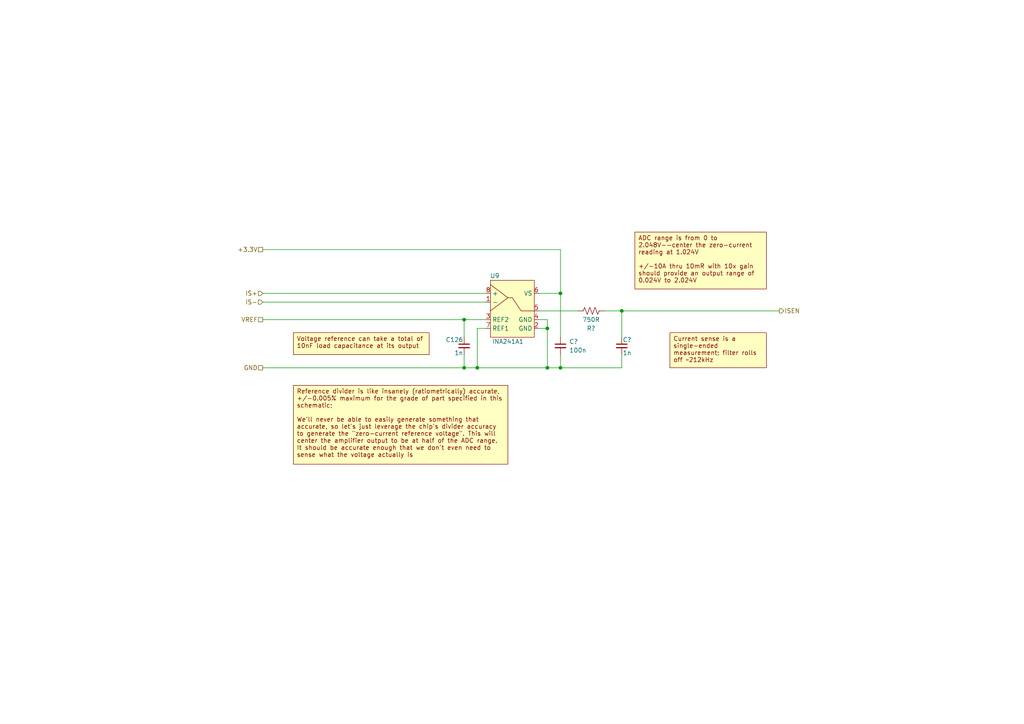
<source format=kicad_sch>
(kicad_sch (version 20230121) (generator eeschema)
  (paper "A4")
  (title_block (title "Shim Amplifier Prototype") (date "2023-08-01") (rev "A.1") (company "Ishaan Govindarajan"))
  (lib_symbols
    (symbol "Custom-AnalogIC:INA241A1"
      (property "Reference" "U" (at -3.81 10.16 0))
      (property "Value" "INA241A1" (at -1.27 -8.89 0))
      (symbol "INA241A1_0_1"
        (polyline (pts (xy -5.08 0) (xy -6.35 0)))
      )
      (symbol "INA241A1_1_1"
        (rectangle (start -6.35 8.89) (end 6.35 -7.62) (fill (type background)))
        (polyline (pts (xy 1.27 3.81) (xy 6.35 0)))
        (polyline (pts (xy 6.35 7.62) (xy 1.27 3.81)))
        (polyline (pts (xy -5.08 0) (xy -2.54 0) (xy 0 3.81) (xy 1.27 3.81)))
        (pin passive line (at 7.62 2.54 180) (length 1.27) (name "-") (number "1"))
        (pin power_in line (at -7.62 -5.08 0) (length 1.27) (name "GND") (number "2"))
        (pin passive line (at 7.62 -2.54 180) (length 1.27) (name "REF2") (number "3"))
        (pin power_in line (at -7.62 -2.54 0) (length 1.27) (name "GND") (number "4"))
        (pin output line (at -7.62 0 0) (length 1.27) (name "") (number "5"))
        (pin power_in line (at -7.62 5.08 0) (length 1.27) (name "VS") (number "6"))
        (pin passive line (at 7.62 -5.08 180) (length 1.27) (name "REF1") (number "7"))
        (pin passive line (at 7.62 5.08 180) (length 1.27) (name "+") (number "8"))
      )
    )
    (symbol "Custom-Capacitor:CL10B102KB8NNNC" (pin_numbers hide) (pin_names (offset 0.254) hide)
      (property "Reference" "C" (at 0.254 1.778 0))
      (property "Value" "1n" (at 0.254 -2.032 0))
      (symbol "CL10B102KB8NNNC_0_1"
        (polyline (pts (xy -1.524 -0.508) (xy 1.524 -0.508)) (stroke (width 0.3302)))
        (polyline (pts (xy -1.524 0.508) (xy 1.524 0.508)) (stroke (width 0.3048)))
      )
      (symbol "CL10B102KB8NNNC_1_1"
        (pin passive line (at 0 2.54 270) (length 2.032) (name "~") (number "1"))
        (pin passive line (at 0 -2.54 90) (length 2.032) (name "~") (number "2"))
      )
    )
    (symbol "Custom-Capacitor:CL10B104KB8NNWC" (pin_numbers hide) (pin_names (offset 0.254) hide)
      (property "Reference" "C" (at 0.254 1.778 0))
      (property "Value" "100n" (at 0.254 -2.032 0))
      (symbol "CL10B104KB8NNWC_0_1"
        (polyline (pts (xy -1.524 -0.508) (xy 1.524 -0.508)) (stroke (width 0.3302)))
        (polyline (pts (xy -1.524 0.508) (xy 1.524 0.508)) (stroke (width 0.3048)))
      )
      (symbol "CL10B104KB8NNWC_1_1"
        (pin passive line (at 0 2.54 270) (length 2.032) (name "~") (number "1"))
        (pin passive line (at 0 -2.54 90) (length 2.032) (name "~") (number "2"))
      )
    )
    (symbol "Custom-Resistor:RMCF0603FT750R" (pin_numbers hide) (pin_names (offset 0))
      (property "Reference" "R" (at 2.54 0 90))
      (property "Value" "750R" (at -2.54 0 90))
      (symbol "RMCF0603FT750R_0_1"
        (polyline (pts (xy 0 -2.286) (xy 0 -2.54)))
        (polyline (pts (xy 0 2.286) (xy 0 2.54)))
        (polyline (pts (xy 0 -0.762) (xy 1.016 -1.143) (xy 0 -1.524) (xy -1.016 -1.905) (xy 0 -2.286)))
        (polyline (pts (xy 0 0.762) (xy 1.016 0.381) (xy 0 0) (xy -1.016 -0.381) (xy 0 -0.762)))
        (polyline (pts (xy 0 2.286) (xy 1.016 1.905) (xy 0 1.524) (xy -1.016 1.143) (xy 0 0.762)))
      )
      (symbol "RMCF0603FT750R_1_1"
        (pin passive line (at 0 3.81 270) (length 1.27) (name "~") (number "1"))
        (pin passive line (at 0 -3.81 90) (length 1.27) (name "~") (number "2"))
      )
    )
  )
  (junction (at 158.75 95.25))
  (junction (at 180.34 90.17))
  (junction (at 134.62 106.68))
  (junction (at 134.62 92.71))
  (junction (at 162.56 85.09))
  (junction (at 158.75 106.68))
  (junction (at 162.56 106.68))
  (junction (at 138.43 106.68))
  (wire (pts (xy 180.34 90.17) (xy 226.06 90.17)))
  (wire (pts (xy 76.2 106.68) (xy 134.62 106.68)))
  (wire (pts (xy 180.34 106.68) (xy 162.56 106.68)))
  (wire (pts (xy 76.2 87.63) (xy 140.97 87.63)))
  (wire (pts (xy 167.64 90.17) (xy 156.21 90.17)))
  (wire (pts (xy 134.62 92.71) (xy 134.62 97.79)))
  (wire (pts (xy 138.43 95.25) (xy 138.43 106.68)))
  (wire (pts (xy 162.56 72.39) (xy 162.56 85.09)))
  (wire (pts (xy 162.56 85.09) (xy 156.21 85.09)))
  (wire (pts (xy 162.56 97.79) (xy 162.56 85.09)))
  (wire (pts (xy 162.56 102.87) (xy 162.56 106.68)))
  (wire (pts (xy 134.62 106.68) (xy 138.43 106.68)))
  (wire (pts (xy 162.56 106.68) (xy 158.75 106.68)))
  (wire (pts (xy 180.34 90.17) (xy 180.34 97.79)))
  (wire (pts (xy 134.62 92.71) (xy 140.97 92.71)))
  (wire (pts (xy 158.75 95.25) (xy 156.21 95.25)))
  (wire (pts (xy 140.97 95.25) (xy 138.43 95.25)))
  (wire (pts (xy 156.21 92.71) (xy 158.75 92.71)))
  (wire (pts (xy 76.2 92.71) (xy 134.62 92.71)))
  (wire (pts (xy 134.62 102.87) (xy 134.62 106.68)))
  (wire (pts (xy 180.34 90.17) (xy 175.26 90.17)))
  (wire (pts (xy 76.2 85.09) (xy 140.97 85.09)))
  (wire (pts (xy 180.34 102.87) (xy 180.34 106.68)))
  (wire (pts (xy 158.75 95.25) (xy 158.75 106.68)))
  (wire (pts (xy 76.2 72.39) (xy 162.56 72.39)))
  (wire (pts (xy 138.43 106.68) (xy 158.75 106.68)))
  (wire (pts (xy 158.75 92.71) (xy 158.75 95.25)))
  (text_box "Current sense is a single-ended measurement; filter rolls off ~212kHz" (at 194.31 96.52 0) (size 27.94 10.16) (stroke (width 0) (color 132 0 0 1)) (fill (type color) (color 255 255 194 1)) (effects (font (size 1.27 1.27)) (justify left top)))
  (text_box "ADC range is from 0 to 2.048V--center the zero-current reading at 1.024V\n\n+/-10A thru 10mR with 10x gain should provide an output range of 0.024V to 2.024V" (at 184.15 67.31 0) (size 38.1 16.51) (stroke (width 0) (color 132 0 0 1)) (fill (type color) (color 255 255 194 1)) (effects (font (size 1.27 1.27)) (justify left top)))
  (text_box "Reference divider is like insanely (ratiometrically) accurate, +/-0.005% maximum for the grade of part specified in this schematic;\n\nWe'll never be able to easily generate something that accurate, so let's just leverage the chip's divider accuracy to generate the \"zero-current reference voltage\". This will center the amplifier output to be at half of the ADC range. It should be accurate enough that we don't even need to sense what the voltage actually is" (at 85.09 111.76 0) (size 62.23 22.86) (stroke (width 0) (color 132 0 0 1)) (fill (type color) (color 255 255 194 1)) (effects (font (size 1.27 1.27)) (justify left top)))
  (text_box "Voltage reference can take a total of 10nF load capacitance at its output" (at 85.09 96.52 0) (size 39.37 6.35) (stroke (width 0) (color 132 0 0 1)) (fill (type color) (color 255 255 194 1)) (effects (font (size 1.27 1.27)) (justify left top)))
  (hierarchical_label "IS+" (shape input) (at 76.2 85.09 180))
  (hierarchical_label "ISEN" (shape output) (at 226.06 90.17 0))
  (hierarchical_label "IS-" (shape input) (at 76.2 87.63 180))
  (hierarchical_label "+3.3V" (shape passive) (at 76.2 72.39 180))
  (hierarchical_label "GND" (shape passive) (at 76.2 106.68 180))
  (hierarchical_label "VREF" (shape passive) (at 76.2 92.71 180))
  (symbol (lib_id "Custom-Capacitor:CL10B102KB8NNNC") (at 134.62 100.33 0) (mirror y) (unit 1)
    (property "Reference" "C126" (at 134.366 98.552 0) (effects (justify left)))
    (property "Value" "1n" (at 134.366 102.362 0) (effects (justify left)))
    (property "Footprint" "Capacitor_SMD:C_0603_1608Metric_Pad1.08x0.95mm_HandSolder" (effects hide))
    (property "Datasheet" "https://product.samsungsem.com/mlcc/CL10B102KB8NNN.do" (effects hide))
    (property "Manufacturer" "Samsung Electro-Mechanics" (effects hide))
    (property "Part Number" "CL10B102KB8NNNC" (effects hide))
  )
  (symbol (lib_id "Custom-Resistor:RMCF0603FT750R") (at 171.45 90.17 270) (unit 1)
    (property "Reference" "R?" (at 171.45 95.25 90))
    (property "Value" "750R" (at 171.45 92.71 90))
    (property "Footprint" "Resistor_SMD:R_0603_1608Metric_Pad0.98x0.95mm_HandSolder" (effects hide))
    (property "Datasheet" "https://www.seielect.com/Catalog/SEI-RMCF_RMCP.pdf" (effects hide))
    (property "Manufacturer" "Stackpole Electronics Inc" (effects hide))
    (property "Part Number" "RMCF0603FT750R" (effects hide))
    (instances (project "Class-D Prorotype RevB2" (path "" (reference "R?") (unit 1)) (path "" (reference "R46") (unit 1))))
  )
  (symbol (lib_id "Custom-Capacitor:CL10B104KB8NNWC") (at 162.56 100.33 0) (mirror y) (unit 1)
    (property "Reference" "C?" (at 165.1 99.0663 0) (effects (justify right)))
    (property "Value" "100n" (at 165.1 101.6063 0) (effects (justify right)))
    (property "Footprint" "Capacitor_SMD:C_0603_1608Metric_Pad1.08x0.95mm_HandSolder" (effects hide))
    (property "Datasheet" "https://product.samsungsem.com/mlcc/CL31B106KAHNFN.do" (effects hide))
    (property "Manufacturer" "Samsung Electro-Mechanics" (effects hide))
    (property "Part Number" "CL10B104KB8NNWC" (effects hide))
    (instances (project "Class-D Prorotype RevB2" (path "" (reference "C?") (unit 1)) (path "" (reference "C127") (unit 1))))
  )
  (symbol (lib_id "Custom-Capacitor:CL10B102KB8NNNC") (at 180.34 100.33 0) (unit 1)
    (property "Reference" "C?" (at 180.594 98.552 0) (effects (justify left)))
    (property "Value" "1n" (at 180.594 102.362 0) (effects (justify left)))
    (property "Footprint" "Capacitor_SMD:C_0603_1608Metric_Pad1.08x0.95mm_HandSolder" (effects hide))
    (property "Datasheet" "https://product.samsungsem.com/mlcc/CL10B102KB8NNN.do" (effects hide))
    (property "Manufacturer" "Samsung Electro-Mechanics" (effects hide))
    (property "Part Number" "CL10B102KB8NNNC" (effects hide))
    (instances (project "Class-D Prorotype RevB2" (path "" (reference "C?") (unit 1)) (path "" (reference "C128") (unit 1))))
  )
  (symbol (lib_id "Custom-AnalogIC:INA241A1") (at 148.59 90.17 0) (mirror y) (unit 1)
    (property "Reference" "U9" (at 143.51 80.01 0))
    (property "Value" "INA241A1" (at 147.32 99.06 0))
    (property "Footprint" "Package_TO_SOT_SMD:SOT-23-8_Handsoldering" (effects hide))
    (property "Datasheet" "https://www.ti.com/lit/ds/symlink/ina241a.pdf" (effects hide))
    (property "Manufacturer" "Texas Instruments" (effects hide))
    (property "Part Number" "INA241A1IDDFR" (effects hide))
  )
)
</source>
